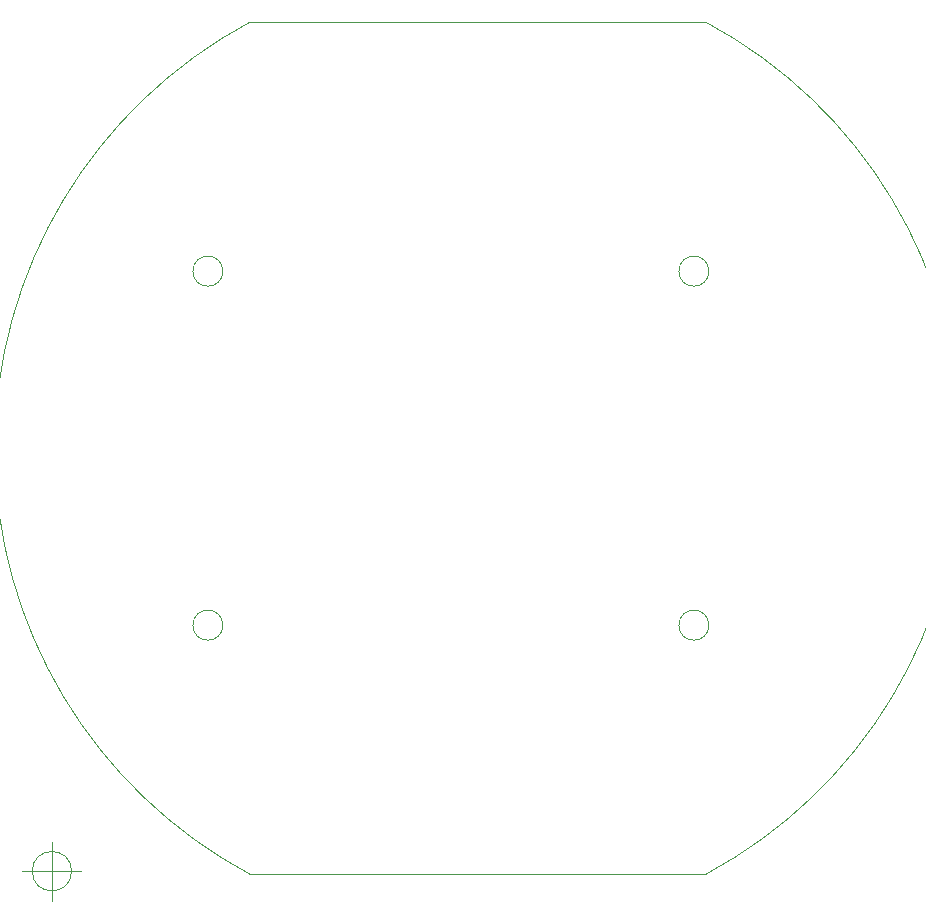
<source format=gm1>
G04 #@! TF.GenerationSoftware,KiCad,Pcbnew,7.0.5-7.0.5~ubuntu20.04.1*
G04 #@! TF.CreationDate,2023-08-30T13:21:52+01:00*
G04 #@! TF.ProjectId,Swarm-B_20230626,53776172-6d2d-4425-9f32-303233303632,rev?*
G04 #@! TF.SameCoordinates,Original*
G04 #@! TF.FileFunction,Profile,NP*
%FSLAX46Y46*%
G04 Gerber Fmt 4.6, Leading zero omitted, Abs format (unit mm)*
G04 Created by KiCad (PCBNEW 7.0.5-7.0.5~ubuntu20.04.1) date 2023-08-30 13:21:52*
%MOMM*%
%LPD*%
G01*
G04 APERTURE LIST*
G04 #@! TA.AperFunction,Profile*
%ADD10C,0.120000*%
G04 #@! TD*
G04 #@! TA.AperFunction,Profile*
%ADD11C,0.050000*%
G04 #@! TD*
G04 APERTURE END LIST*
D10*
X97282000Y-79248000D02*
G75*
G03*
X97282000Y-79248000I-1270000J0D01*
G01*
D11*
X99568001Y-58166000D02*
X138176000Y-58166000D01*
D10*
X138430000Y-109220000D02*
G75*
G03*
X138430000Y-109220000I-1270000J0D01*
G01*
D11*
X99568001Y-58166001D02*
G75*
G03*
X99568000Y-130301998I19303999J-36067999D01*
G01*
D10*
X97282000Y-109220000D02*
G75*
G03*
X97282000Y-109220000I-1270000J0D01*
G01*
D11*
X138175999Y-130301999D02*
X99568000Y-130301999D01*
D10*
X138430000Y-79248000D02*
G75*
G03*
X138430000Y-79248000I-1270000J0D01*
G01*
D11*
X138175999Y-130301999D02*
G75*
G03*
X138176000Y-58166002I-19303999J36067999D01*
G01*
X84470666Y-130048000D02*
G75*
G03*
X84470666Y-130048000I-1666666J0D01*
G01*
X80304000Y-130048000D02*
X85304000Y-130048000D01*
X82804000Y-127548000D02*
X82804000Y-132548000D01*
M02*

</source>
